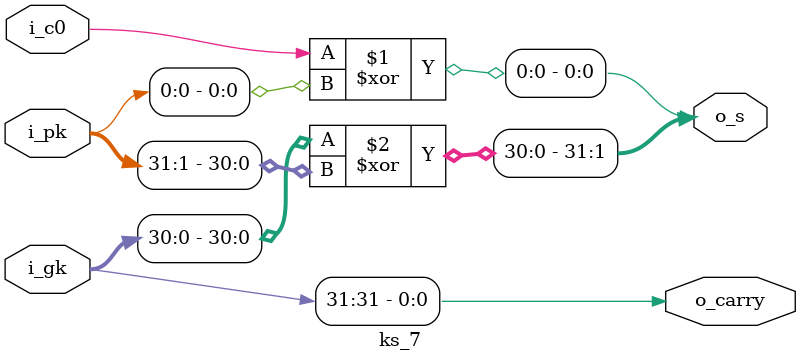
<source format=v>
`default_nettype none

module ks_7(
  input  wire        i_c0,
  input  wire [31:0] i_pk,
  input  wire [31:0] i_gk,
  output wire [31:0] o_s,
  output wire        o_carry
);

assign o_carry   = i_gk[31];
assign o_s[0]    = i_c0 ^ i_pk[0];
assign o_s[31:1] = i_gk[30:0] ^ i_pk[31:1];

endmodule

</source>
